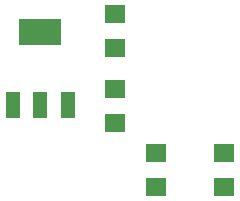
<source format=gbr>
G04 EAGLE Gerber RS-274X export*
G75*
%MOMM*%
%FSLAX34Y34*%
%LPD*%
%INSolderpaste Bottom*%
%IPPOS*%
%AMOC8*
5,1,8,0,0,1.08239X$1,22.5*%
G01*
%ADD10R,1.219200X2.235200*%
%ADD11R,3.600000X2.200000*%
%ADD12R,1.803000X1.600000*%


D10*
X105664Y807212D03*
X82550Y807212D03*
X59436Y807212D03*
D11*
X82550Y869190D03*
D12*
X146050Y820670D03*
X146050Y792230D03*
X146050Y855730D03*
X146050Y884170D03*
X180975Y738255D03*
X180975Y766695D03*
X238125Y738255D03*
X238125Y766695D03*
M02*

</source>
